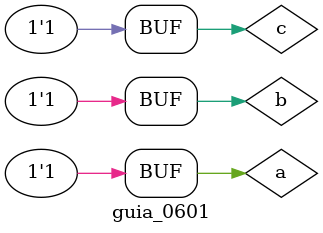
<source format=v>
module f_ex01(output s, input a, input b, input c);
	assign s = (~a & c) | (b & c);
endmodule

module f_ex02(output s, input a, input b, input c);
	assign s = (b & ~c) | (a & ~c);
endmodule

module f_ex03(output s, input a, input b, input c);
	assign s = (a & ~b) | (a & c) | (~a & b & ~c);
endmodule

module f_ex04(output s, input a, input b, input c);
	assign s = (~a & c) | (~a & b) | (b & c)  ;
endmodule

module f_ex05(output s, input a, input b, input c);
	assign s = (~a & ~c) | (a & b) | (b & ~c);
endmodule

module guia_0601;
	reg a, b, c;
	wire ex01, ex02, ex03, ex04, ex05;
	
	f_ex01 F_EX01(ex01, a, b, c);
	f_ex02 F_EX02(ex02, a, b, c);
	f_ex03 F_EX03(ex03, a, b, c);
	f_ex04 F_EX04(ex04, a, b, c);
	f_ex05 F_EX05(ex05, a, b, c);
	
	initial begin : start
		a = 1'b0;
		b = 1'b0;
		c = 1'b0;
	end
	
	initial begin : main
		$display("a b c = 1 2 3 4 5");
		$monitor("%b %b %b = %b %b %b %b %b", a, b, c, ex01, ex02, ex03, ex04, ex05);
		#1 a = 0; b = 0; c = 0;
		#1 a = 0; b = 0; c = 1;
		#1 a = 0; b = 1; c = 0;
		#1 a = 0; b = 1; c = 1;
		#1 a = 1; b = 0; c = 0;
		#1 a = 1; b = 0; c = 1;
		#1 a = 1; b = 1; c = 0;
		#1 a = 1; b = 1; c = 1;
	end
endmodule

</source>
